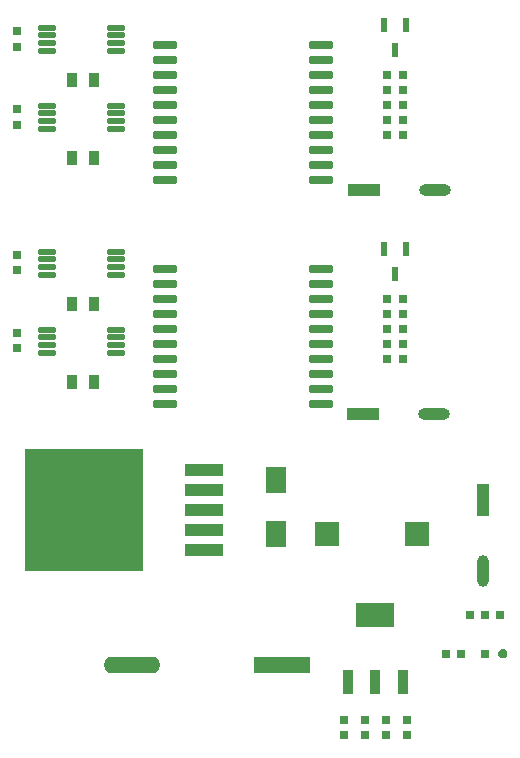
<source format=gtp>
G04*
G04 #@! TF.GenerationSoftware,Altium Limited,Altium Designer,21.5.1 (32)*
G04*
G04 Layer_Color=8421504*
%FSLAX25Y25*%
%MOIN*%
G70*
G04*
G04 #@! TF.SameCoordinates,690A18C4-EA90-4F08-A22E-A0273F3C1D78*
G04*
G04*
G04 #@! TF.FilePolarity,Positive*
G04*
G01*
G75*
G04:AMPARAMS|DCode=18|XSize=59.06mil|YSize=17.72mil|CornerRadius=1.95mil|HoleSize=0mil|Usage=FLASHONLY|Rotation=180.000|XOffset=0mil|YOffset=0mil|HoleType=Round|Shape=RoundedRectangle|*
%AMROUNDEDRECTD18*
21,1,0.05906,0.01382,0,0,180.0*
21,1,0.05516,0.01772,0,0,180.0*
1,1,0.00390,-0.02758,0.00691*
1,1,0.00390,0.02758,0.00691*
1,1,0.00390,0.02758,-0.00691*
1,1,0.00390,-0.02758,-0.00691*
%
%ADD18ROUNDEDRECTD18*%
%ADD19R,0.03500X0.05000*%
G04:AMPARAMS|DCode=20|XSize=78.35mil|YSize=24.8mil|CornerRadius=1.98mil|HoleSize=0mil|Usage=FLASHONLY|Rotation=0.000|XOffset=0mil|YOffset=0mil|HoleType=Round|Shape=RoundedRectangle|*
%AMROUNDEDRECTD20*
21,1,0.07835,0.02084,0,0,0.0*
21,1,0.07438,0.02480,0,0,0.0*
1,1,0.00397,0.03719,-0.01042*
1,1,0.00397,-0.03719,-0.01042*
1,1,0.00397,-0.03719,0.01042*
1,1,0.00397,0.03719,0.01042*
%
%ADD20ROUNDEDRECTD20*%
%ADD21R,0.03000X0.03000*%
%ADD22R,0.39370X0.41142*%
%ADD23R,0.12598X0.04134*%
%ADD24R,0.06890X0.08661*%
%ADD25R,0.03000X0.03000*%
%ADD26R,0.02362X0.05118*%
%ADD27R,0.10630X0.03937*%
%ADD28O,0.10630X0.03937*%
%ADD29R,0.03937X0.10630*%
%ADD30O,0.03937X0.10630*%
%ADD31R,0.07874X0.07874*%
%ADD32O,0.18898X0.05512*%
%ADD33R,0.18898X0.05512*%
%ADD34R,0.12598X0.08268*%
%ADD35R,0.03543X0.08268*%
%ADD36P,0.03247X8X22.5*%
D18*
X32583Y220161D02*
D03*
Y222721D02*
D03*
Y225279D02*
D03*
Y227839D02*
D03*
X55417D02*
D03*
Y225279D02*
D03*
Y222721D02*
D03*
Y220161D02*
D03*
X32583Y119563D02*
D03*
Y122122D02*
D03*
Y124681D02*
D03*
Y127240D02*
D03*
X55417D02*
D03*
Y124681D02*
D03*
Y122122D02*
D03*
Y119563D02*
D03*
X32583Y145563D02*
D03*
Y148122D02*
D03*
Y150681D02*
D03*
Y153240D02*
D03*
X55417D02*
D03*
Y150681D02*
D03*
Y148122D02*
D03*
Y145563D02*
D03*
X32583Y194161D02*
D03*
Y196721D02*
D03*
Y199279D02*
D03*
Y201839D02*
D03*
X55417D02*
D03*
Y199279D02*
D03*
Y196721D02*
D03*
Y194161D02*
D03*
D19*
X40760Y109902D02*
D03*
X48241D02*
D03*
X40760Y135902D02*
D03*
X48241D02*
D03*
X40760Y210500D02*
D03*
X48241D02*
D03*
X40760Y184500D02*
D03*
X48241D02*
D03*
D20*
X71953Y147500D02*
D03*
Y142500D02*
D03*
Y137500D02*
D03*
Y132500D02*
D03*
Y127500D02*
D03*
Y122500D02*
D03*
Y117500D02*
D03*
Y112500D02*
D03*
Y107500D02*
D03*
Y102500D02*
D03*
X124000D02*
D03*
Y107500D02*
D03*
Y112500D02*
D03*
Y117500D02*
D03*
Y122500D02*
D03*
Y127500D02*
D03*
Y132500D02*
D03*
Y137500D02*
D03*
Y142500D02*
D03*
Y147500D02*
D03*
X71953Y222000D02*
D03*
Y217000D02*
D03*
Y212000D02*
D03*
Y207000D02*
D03*
Y202000D02*
D03*
Y197000D02*
D03*
Y192000D02*
D03*
Y187000D02*
D03*
Y182000D02*
D03*
Y177000D02*
D03*
X124000D02*
D03*
Y182000D02*
D03*
Y187000D02*
D03*
Y192000D02*
D03*
Y197000D02*
D03*
Y202000D02*
D03*
Y207000D02*
D03*
Y212000D02*
D03*
Y217000D02*
D03*
Y222000D02*
D03*
D21*
X22500Y195539D02*
D03*
Y200657D02*
D03*
Y221539D02*
D03*
Y226657D02*
D03*
Y120941D02*
D03*
Y126059D02*
D03*
Y146941D02*
D03*
Y152059D02*
D03*
X152500Y-8059D02*
D03*
Y-2941D02*
D03*
X145500Y-8059D02*
D03*
Y-2941D02*
D03*
X138500Y-8059D02*
D03*
Y-2941D02*
D03*
X131500Y-8059D02*
D03*
Y-2941D02*
D03*
D22*
X45000Y67000D02*
D03*
D23*
X85000Y80386D02*
D03*
Y73693D02*
D03*
Y67000D02*
D03*
Y60307D02*
D03*
Y53614D02*
D03*
D24*
X109000Y58945D02*
D03*
Y77055D02*
D03*
D25*
X145989Y117500D02*
D03*
X151107D02*
D03*
Y122500D02*
D03*
X145989D02*
D03*
X151107Y127500D02*
D03*
X145989D02*
D03*
X145988Y132500D02*
D03*
X151106D02*
D03*
X145988Y137500D02*
D03*
X151106D02*
D03*
X145989Y192098D02*
D03*
X151107D02*
D03*
Y197099D02*
D03*
X145989D02*
D03*
X151107Y202099D02*
D03*
X145989D02*
D03*
X145988Y207098D02*
D03*
X151106D02*
D03*
X145988Y212098D02*
D03*
X151106D02*
D03*
X165441Y19000D02*
D03*
X170559D02*
D03*
X178441Y19000D02*
D03*
X178500Y32000D02*
D03*
X183500D02*
D03*
X173500D02*
D03*
D26*
X152240Y228634D02*
D03*
X144760D02*
D03*
X148500Y220366D02*
D03*
X152240Y154134D02*
D03*
X144760D02*
D03*
X148500Y145866D02*
D03*
D27*
X138189Y173598D02*
D03*
X138000Y99000D02*
D03*
D28*
X161811Y173598D02*
D03*
X161622Y99000D02*
D03*
D29*
X178000Y70311D02*
D03*
D30*
Y46689D02*
D03*
D31*
X156000Y59000D02*
D03*
X126000D02*
D03*
D32*
X61000Y15500D02*
D03*
D33*
X111000D02*
D03*
D34*
X142000Y32221D02*
D03*
D35*
X151055Y9780D02*
D03*
X142000D02*
D03*
X132945D02*
D03*
D36*
X184559Y19000D02*
D03*
M02*

</source>
